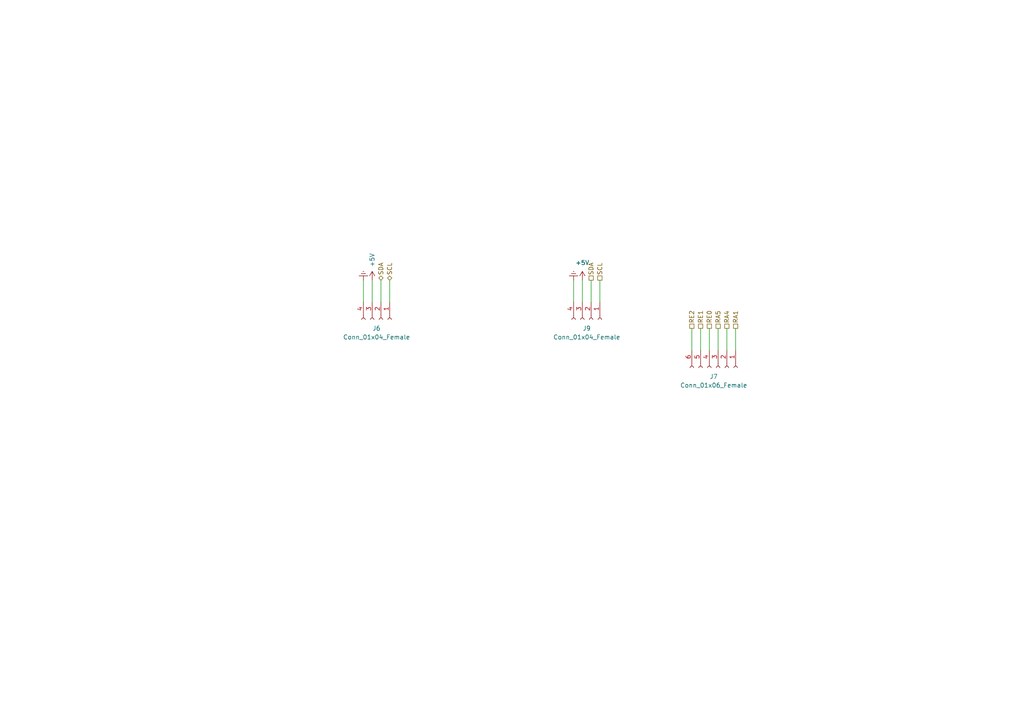
<source format=kicad_sch>
(kicad_sch (version 20211123) (generator eeschema)

  (uuid b8ebb88d-053c-4aaf-8be4-4e0e61afade9)

  (paper "A4")

  (lib_symbols
    (symbol "Connector:Conn_01x04_Female" (pin_names (offset 1.016) hide) (in_bom yes) (on_board yes)
      (property "Reference" "J" (id 0) (at 0 5.08 0)
        (effects (font (size 1.27 1.27)))
      )
      (property "Value" "Conn_01x04_Female" (id 1) (at 0 -7.62 0)
        (effects (font (size 1.27 1.27)))
      )
      (property "Footprint" "" (id 2) (at 0 0 0)
        (effects (font (size 1.27 1.27)) hide)
      )
      (property "Datasheet" "~" (id 3) (at 0 0 0)
        (effects (font (size 1.27 1.27)) hide)
      )
      (property "ki_keywords" "connector" (id 4) (at 0 0 0)
        (effects (font (size 1.27 1.27)) hide)
      )
      (property "ki_description" "Generic connector, single row, 01x04, script generated (kicad-library-utils/schlib/autogen/connector/)" (id 5) (at 0 0 0)
        (effects (font (size 1.27 1.27)) hide)
      )
      (property "ki_fp_filters" "Connector*:*_1x??_*" (id 6) (at 0 0 0)
        (effects (font (size 1.27 1.27)) hide)
      )
      (symbol "Conn_01x04_Female_1_1"
        (arc (start 0 -4.572) (mid -0.508 -5.08) (end 0 -5.588)
          (stroke (width 0.1524) (type default) (color 0 0 0 0))
          (fill (type none))
        )
        (arc (start 0 -2.032) (mid -0.508 -2.54) (end 0 -3.048)
          (stroke (width 0.1524) (type default) (color 0 0 0 0))
          (fill (type none))
        )
        (polyline
          (pts
            (xy -1.27 -5.08)
            (xy -0.508 -5.08)
          )
          (stroke (width 0.1524) (type default) (color 0 0 0 0))
          (fill (type none))
        )
        (polyline
          (pts
            (xy -1.27 -2.54)
            (xy -0.508 -2.54)
          )
          (stroke (width 0.1524) (type default) (color 0 0 0 0))
          (fill (type none))
        )
        (polyline
          (pts
            (xy -1.27 0)
            (xy -0.508 0)
          )
          (stroke (width 0.1524) (type default) (color 0 0 0 0))
          (fill (type none))
        )
        (polyline
          (pts
            (xy -1.27 2.54)
            (xy -0.508 2.54)
          )
          (stroke (width 0.1524) (type default) (color 0 0 0 0))
          (fill (type none))
        )
        (arc (start 0 0.508) (mid -0.508 0) (end 0 -0.508)
          (stroke (width 0.1524) (type default) (color 0 0 0 0))
          (fill (type none))
        )
        (arc (start 0 3.048) (mid -0.508 2.54) (end 0 2.032)
          (stroke (width 0.1524) (type default) (color 0 0 0 0))
          (fill (type none))
        )
        (pin passive line (at -5.08 2.54 0) (length 3.81)
          (name "Pin_1" (effects (font (size 1.27 1.27))))
          (number "1" (effects (font (size 1.27 1.27))))
        )
        (pin passive line (at -5.08 0 0) (length 3.81)
          (name "Pin_2" (effects (font (size 1.27 1.27))))
          (number "2" (effects (font (size 1.27 1.27))))
        )
        (pin passive line (at -5.08 -2.54 0) (length 3.81)
          (name "Pin_3" (effects (font (size 1.27 1.27))))
          (number "3" (effects (font (size 1.27 1.27))))
        )
        (pin passive line (at -5.08 -5.08 0) (length 3.81)
          (name "Pin_4" (effects (font (size 1.27 1.27))))
          (number "4" (effects (font (size 1.27 1.27))))
        )
      )
    )
    (symbol "Connector:Conn_01x06_Female" (pin_names (offset 1.016) hide) (in_bom yes) (on_board yes)
      (property "Reference" "J" (id 0) (at 0 7.62 0)
        (effects (font (size 1.27 1.27)))
      )
      (property "Value" "Conn_01x06_Female" (id 1) (at 0 -10.16 0)
        (effects (font (size 1.27 1.27)))
      )
      (property "Footprint" "" (id 2) (at 0 0 0)
        (effects (font (size 1.27 1.27)) hide)
      )
      (property "Datasheet" "~" (id 3) (at 0 0 0)
        (effects (font (size 1.27 1.27)) hide)
      )
      (property "ki_keywords" "connector" (id 4) (at 0 0 0)
        (effects (font (size 1.27 1.27)) hide)
      )
      (property "ki_description" "Generic connector, single row, 01x06, script generated (kicad-library-utils/schlib/autogen/connector/)" (id 5) (at 0 0 0)
        (effects (font (size 1.27 1.27)) hide)
      )
      (property "ki_fp_filters" "Connector*:*_1x??_*" (id 6) (at 0 0 0)
        (effects (font (size 1.27 1.27)) hide)
      )
      (symbol "Conn_01x06_Female_1_1"
        (arc (start 0 -7.112) (mid -0.508 -7.62) (end 0 -8.128)
          (stroke (width 0.1524) (type default) (color 0 0 0 0))
          (fill (type none))
        )
        (arc (start 0 -4.572) (mid -0.508 -5.08) (end 0 -5.588)
          (stroke (width 0.1524) (type default) (color 0 0 0 0))
          (fill (type none))
        )
        (arc (start 0 -2.032) (mid -0.508 -2.54) (end 0 -3.048)
          (stroke (width 0.1524) (type default) (color 0 0 0 0))
          (fill (type none))
        )
        (polyline
          (pts
            (xy -1.27 -7.62)
            (xy -0.508 -7.62)
          )
          (stroke (width 0.1524) (type default) (color 0 0 0 0))
          (fill (type none))
        )
        (polyline
          (pts
            (xy -1.27 -5.08)
            (xy -0.508 -5.08)
          )
          (stroke (width 0.1524) (type default) (color 0 0 0 0))
          (fill (type none))
        )
        (polyline
          (pts
            (xy -1.27 -2.54)
            (xy -0.508 -2.54)
          )
          (stroke (width 0.1524) (type default) (color 0 0 0 0))
          (fill (type none))
        )
        (polyline
          (pts
            (xy -1.27 0)
            (xy -0.508 0)
          )
          (stroke (width 0.1524) (type default) (color 0 0 0 0))
          (fill (type none))
        )
        (polyline
          (pts
            (xy -1.27 2.54)
            (xy -0.508 2.54)
          )
          (stroke (width 0.1524) (type default) (color 0 0 0 0))
          (fill (type none))
        )
        (polyline
          (pts
            (xy -1.27 5.08)
            (xy -0.508 5.08)
          )
          (stroke (width 0.1524) (type default) (color 0 0 0 0))
          (fill (type none))
        )
        (arc (start 0 0.508) (mid -0.508 0) (end 0 -0.508)
          (stroke (width 0.1524) (type default) (color 0 0 0 0))
          (fill (type none))
        )
        (arc (start 0 3.048) (mid -0.508 2.54) (end 0 2.032)
          (stroke (width 0.1524) (type default) (color 0 0 0 0))
          (fill (type none))
        )
        (arc (start 0 5.588) (mid -0.508 5.08) (end 0 4.572)
          (stroke (width 0.1524) (type default) (color 0 0 0 0))
          (fill (type none))
        )
        (pin passive line (at -5.08 5.08 0) (length 3.81)
          (name "Pin_1" (effects (font (size 1.27 1.27))))
          (number "1" (effects (font (size 1.27 1.27))))
        )
        (pin passive line (at -5.08 2.54 0) (length 3.81)
          (name "Pin_2" (effects (font (size 1.27 1.27))))
          (number "2" (effects (font (size 1.27 1.27))))
        )
        (pin passive line (at -5.08 0 0) (length 3.81)
          (name "Pin_3" (effects (font (size 1.27 1.27))))
          (number "3" (effects (font (size 1.27 1.27))))
        )
        (pin passive line (at -5.08 -2.54 0) (length 3.81)
          (name "Pin_4" (effects (font (size 1.27 1.27))))
          (number "4" (effects (font (size 1.27 1.27))))
        )
        (pin passive line (at -5.08 -5.08 0) (length 3.81)
          (name "Pin_5" (effects (font (size 1.27 1.27))))
          (number "5" (effects (font (size 1.27 1.27))))
        )
        (pin passive line (at -5.08 -7.62 0) (length 3.81)
          (name "Pin_6" (effects (font (size 1.27 1.27))))
          (number "6" (effects (font (size 1.27 1.27))))
        )
      )
    )
    (symbol "power:+5V" (power) (pin_names (offset 0)) (in_bom yes) (on_board yes)
      (property "Reference" "#PWR" (id 0) (at 0 -3.81 0)
        (effects (font (size 1.27 1.27)) hide)
      )
      (property "Value" "+5V" (id 1) (at 0 3.556 0)
        (effects (font (size 1.27 1.27)))
      )
      (property "Footprint" "" (id 2) (at 0 0 0)
        (effects (font (size 1.27 1.27)) hide)
      )
      (property "Datasheet" "" (id 3) (at 0 0 0)
        (effects (font (size 1.27 1.27)) hide)
      )
      (property "ki_keywords" "power-flag" (id 4) (at 0 0 0)
        (effects (font (size 1.27 1.27)) hide)
      )
      (property "ki_description" "Power symbol creates a global label with name \"+5V\"" (id 5) (at 0 0 0)
        (effects (font (size 1.27 1.27)) hide)
      )
      (symbol "+5V_0_1"
        (polyline
          (pts
            (xy -0.762 1.27)
            (xy 0 2.54)
          )
          (stroke (width 0) (type default) (color 0 0 0 0))
          (fill (type none))
        )
        (polyline
          (pts
            (xy 0 0)
            (xy 0 2.54)
          )
          (stroke (width 0) (type default) (color 0 0 0 0))
          (fill (type none))
        )
        (polyline
          (pts
            (xy 0 2.54)
            (xy 0.762 1.27)
          )
          (stroke (width 0) (type default) (color 0 0 0 0))
          (fill (type none))
        )
      )
      (symbol "+5V_1_1"
        (pin power_in line (at 0 0 90) (length 0) hide
          (name "+5V" (effects (font (size 1.27 1.27))))
          (number "1" (effects (font (size 1.27 1.27))))
        )
      )
    )
    (symbol "power:Earth" (power) (pin_names (offset 0)) (in_bom yes) (on_board yes)
      (property "Reference" "#PWR" (id 0) (at 0 -6.35 0)
        (effects (font (size 1.27 1.27)) hide)
      )
      (property "Value" "Earth" (id 1) (at 0 -3.81 0)
        (effects (font (size 1.27 1.27)) hide)
      )
      (property "Footprint" "" (id 2) (at 0 0 0)
        (effects (font (size 1.27 1.27)) hide)
      )
      (property "Datasheet" "~" (id 3) (at 0 0 0)
        (effects (font (size 1.27 1.27)) hide)
      )
      (property "ki_keywords" "power-flag ground gnd" (id 4) (at 0 0 0)
        (effects (font (size 1.27 1.27)) hide)
      )
      (property "ki_description" "Power symbol creates a global label with name \"Earth\"" (id 5) (at 0 0 0)
        (effects (font (size 1.27 1.27)) hide)
      )
      (symbol "Earth_0_1"
        (polyline
          (pts
            (xy -0.635 -1.905)
            (xy 0.635 -1.905)
          )
          (stroke (width 0) (type default) (color 0 0 0 0))
          (fill (type none))
        )
        (polyline
          (pts
            (xy -0.127 -2.54)
            (xy 0.127 -2.54)
          )
          (stroke (width 0) (type default) (color 0 0 0 0))
          (fill (type none))
        )
        (polyline
          (pts
            (xy 0 -1.27)
            (xy 0 0)
          )
          (stroke (width 0) (type default) (color 0 0 0 0))
          (fill (type none))
        )
        (polyline
          (pts
            (xy 1.27 -1.27)
            (xy -1.27 -1.27)
          )
          (stroke (width 0) (type default) (color 0 0 0 0))
          (fill (type none))
        )
      )
      (symbol "Earth_1_1"
        (pin power_in line (at 0 0 270) (length 0) hide
          (name "Earth" (effects (font (size 1.27 1.27))))
          (number "1" (effects (font (size 1.27 1.27))))
        )
      )
    )
  )


  (wire (pts (xy 200.66 95.25) (xy 200.66 101.6))
    (stroke (width 0) (type default) (color 0 0 0 0))
    (uuid 2ebc9323-7780-4415-94b5-ec7431a0e42e)
  )
  (wire (pts (xy 110.49 81.28) (xy 110.49 87.63))
    (stroke (width 0) (type default) (color 0 0 0 0))
    (uuid 322b8937-518d-44e5-b1ff-234dd151334a)
  )
  (wire (pts (xy 210.82 95.25) (xy 210.82 101.6))
    (stroke (width 0) (type default) (color 0 0 0 0))
    (uuid 49daef8a-0715-46e6-98dd-ad30570ab399)
  )
  (wire (pts (xy 205.74 95.25) (xy 205.74 101.6))
    (stroke (width 0) (type default) (color 0 0 0 0))
    (uuid 507f2efa-20b3-4e5a-bec5-cf260be29827)
  )
  (wire (pts (xy 105.41 81.28) (xy 105.41 87.63))
    (stroke (width 0) (type default) (color 0 0 0 0))
    (uuid 59a1ffea-ae6d-48f2-884d-3f0b9af1ed7d)
  )
  (wire (pts (xy 107.95 81.28) (xy 107.95 87.63))
    (stroke (width 0) (type default) (color 0 0 0 0))
    (uuid 5ffa1435-89c6-426c-8264-6927a503e271)
  )
  (wire (pts (xy 208.28 95.25) (xy 208.28 101.6))
    (stroke (width 0) (type default) (color 0 0 0 0))
    (uuid 62534e98-ca30-42f8-b8a4-8d088566a379)
  )
  (wire (pts (xy 203.2 95.25) (xy 203.2 101.6))
    (stroke (width 0) (type default) (color 0 0 0 0))
    (uuid 75c4bc9f-5e01-42a0-aafe-e4d926c416ae)
  )
  (wire (pts (xy 171.45 81.28) (xy 171.45 87.63))
    (stroke (width 0) (type default) (color 0 0 0 0))
    (uuid 7f43b3dd-af3e-4d14-9096-d9a6b019e9e9)
  )
  (wire (pts (xy 166.37 81.28) (xy 166.37 87.63))
    (stroke (width 0) (type default) (color 0 0 0 0))
    (uuid a7d29f5b-3470-42c2-ba98-7123f6a4f28b)
  )
  (wire (pts (xy 168.91 81.28) (xy 168.91 87.63))
    (stroke (width 0) (type default) (color 0 0 0 0))
    (uuid aae86272-cb0a-4ba7-8217-33efd28564b2)
  )
  (wire (pts (xy 173.99 81.28) (xy 173.99 87.63))
    (stroke (width 0) (type default) (color 0 0 0 0))
    (uuid d760f621-585e-440b-885d-a41d9276ab0f)
  )
  (wire (pts (xy 113.03 87.63) (xy 113.03 81.28))
    (stroke (width 0) (type default) (color 0 0 0 0))
    (uuid d90ebf85-5506-4c4f-952a-a5a627fe4fd3)
  )
  (wire (pts (xy 213.36 95.25) (xy 213.36 101.6))
    (stroke (width 0) (type default) (color 0 0 0 0))
    (uuid e97c68b4-8add-446c-a1cf-53b76fe059c3)
  )

  (hierarchical_label "RE1" (shape passive) (at 203.2 95.25 90)
    (effects (font (size 1.27 1.27)) (justify left))
    (uuid 125812b4-4dc5-47dc-9e80-82fd271b71e2)
  )
  (hierarchical_label "RE0" (shape passive) (at 205.74 95.25 90)
    (effects (font (size 1.27 1.27)) (justify left))
    (uuid 20ffc052-4eb5-495b-9bdc-9cc1f60db706)
  )
  (hierarchical_label "RA1" (shape passive) (at 213.36 95.25 90)
    (effects (font (size 1.27 1.27)) (justify left))
    (uuid 5111339f-1bd3-44be-ac1f-fb5389b91e6f)
  )
  (hierarchical_label "SDA" (shape bidirectional) (at 110.49 81.28 90)
    (effects (font (size 1.27 1.27)) (justify left))
    (uuid 543fa360-52e6-49a7-bb2f-2c90ab481902)
  )
  (hierarchical_label "RA4" (shape passive) (at 210.82 95.25 90)
    (effects (font (size 1.27 1.27)) (justify left))
    (uuid 61a31846-c00f-4aeb-98b0-bc79fc6540f3)
  )
  (hierarchical_label "SDA" (shape passive) (at 171.45 81.28 90)
    (effects (font (size 1.27 1.27)) (justify left))
    (uuid 6eff1003-2028-4125-be7b-3c00028c4ba5)
  )
  (hierarchical_label "RE2" (shape passive) (at 200.66 95.25 90)
    (effects (font (size 1.27 1.27)) (justify left))
    (uuid 7206f73c-096f-4f4c-a512-eaf5ef04f2f3)
  )
  (hierarchical_label "SCL" (shape bidirectional) (at 113.03 81.28 90)
    (effects (font (size 1.27 1.27)) (justify left))
    (uuid 7fe92e8e-5e6e-4176-8f4e-196460b30e6b)
  )
  (hierarchical_label "RA5" (shape passive) (at 208.28 95.25 90)
    (effects (font (size 1.27 1.27)) (justify left))
    (uuid 9743b8ab-786f-437e-ac88-5d8c4c61708f)
  )
  (hierarchical_label "SCL" (shape passive) (at 173.99 81.28 90)
    (effects (font (size 1.27 1.27)) (justify left))
    (uuid b75ce88d-99bb-44b4-98a8-90eb3a673946)
  )

  (symbol (lib_id "power:+5V") (at 168.91 81.28 0) (unit 1)
    (in_bom yes) (on_board yes) (fields_autoplaced)
    (uuid 20dc440a-f1ce-4444-b792-58304162c4bf)
    (property "Reference" "#PWR039" (id 0) (at 168.91 85.09 0)
      (effects (font (size 1.27 1.27)) hide)
    )
    (property "Value" "+5V" (id 1) (at 168.91 76.2 0))
    (property "Footprint" "" (id 2) (at 168.91 81.28 0)
      (effects (font (size 1.27 1.27)) hide)
    )
    (property "Datasheet" "" (id 3) (at 168.91 81.28 0)
      (effects (font (size 1.27 1.27)) hide)
    )
    (pin "1" (uuid 9c3e56e6-4542-4d6b-a66c-3718818a2c65))
  )

  (symbol (lib_id "Connector:Conn_01x04_Female") (at 110.49 92.71 270) (unit 1)
    (in_bom yes) (on_board yes) (fields_autoplaced)
    (uuid 27ed5faf-2251-4a21-b975-e5c702b930c1)
    (property "Reference" "J6" (id 0) (at 109.22 95.25 90))
    (property "Value" "Conn_01x04_Female" (id 1) (at 109.22 97.79 90))
    (property "Footprint" "Connector_PinSocket_2.54mm:PinSocket_1x04_P2.54mm_Vertical" (id 2) (at 110.49 92.71 0)
      (effects (font (size 1.27 1.27)) hide)
    )
    (property "Datasheet" "~" (id 3) (at 110.49 92.71 0)
      (effects (font (size 1.27 1.27)) hide)
    )
    (pin "1" (uuid 83668e88-07b7-4d11-b4d2-44a5849d39ab))
    (pin "2" (uuid 88915409-44ce-40f3-ac05-d465347ef156))
    (pin "3" (uuid 702751e9-5830-49e8-b316-8c48af1ab8b6))
    (pin "4" (uuid ff4f497a-2560-4684-8c9b-940a297c61a9))
  )

  (symbol (lib_id "Connector:Conn_01x04_Female") (at 171.45 92.71 270) (unit 1)
    (in_bom yes) (on_board yes) (fields_autoplaced)
    (uuid 83305b88-f8d5-42aa-842c-b72fd7fe9946)
    (property "Reference" "J9" (id 0) (at 170.18 95.25 90))
    (property "Value" "Conn_01x04_Female" (id 1) (at 170.18 97.79 90))
    (property "Footprint" "Connector_PinSocket_2.54mm:PinSocket_1x04_P2.54mm_Vertical" (id 2) (at 171.45 92.71 0)
      (effects (font (size 1.27 1.27)) hide)
    )
    (property "Datasheet" "~" (id 3) (at 171.45 92.71 0)
      (effects (font (size 1.27 1.27)) hide)
    )
    (pin "1" (uuid ac18bfb7-e4ce-4af2-8825-965555afdbf7))
    (pin "2" (uuid 5380c47e-dae1-43e9-92ae-673e40cb32d6))
    (pin "3" (uuid 8a76ef98-e96c-4d23-a378-4cc52811dfea))
    (pin "4" (uuid b7559533-c5c1-49dc-b644-e4fee9ba013b))
  )

  (symbol (lib_id "Connector:Conn_01x06_Female") (at 208.28 106.68 270) (unit 1)
    (in_bom yes) (on_board yes) (fields_autoplaced)
    (uuid a301da9e-494b-40c0-938e-387f181407c1)
    (property "Reference" "J7" (id 0) (at 207.01 109.22 90))
    (property "Value" "Conn_01x06_Female" (id 1) (at 207.01 111.76 90))
    (property "Footprint" "Connector_PinSocket_2.54mm:PinSocket_1x06_P2.54mm_Vertical" (id 2) (at 208.28 106.68 0)
      (effects (font (size 1.27 1.27)) hide)
    )
    (property "Datasheet" "~" (id 3) (at 208.28 106.68 0)
      (effects (font (size 1.27 1.27)) hide)
    )
    (pin "1" (uuid d99f8462-b865-42c4-b76d-a2704accf20e))
    (pin "2" (uuid 82b94758-9772-4459-9119-10b513a50ad5))
    (pin "3" (uuid 17c16fa0-a6b1-4f73-967d-555383a79d4f))
    (pin "4" (uuid 317b4e8c-a9cf-4f2e-b2ea-915a5ded1443))
    (pin "5" (uuid dfa8bc13-b52c-43aa-978e-7af314b107f9))
    (pin "6" (uuid e1cff61b-4f62-4e6c-b9bc-2c1f55d5626b))
  )

  (symbol (lib_id "power:Earth") (at 105.41 81.28 180) (unit 1)
    (in_bom yes) (on_board yes) (fields_autoplaced)
    (uuid d431e733-a161-49a2-8327-f3395d9bbc4f)
    (property "Reference" "#PWR033" (id 0) (at 105.41 74.93 0)
      (effects (font (size 1.27 1.27)) hide)
    )
    (property "Value" "Earth" (id 1) (at 105.41 77.47 0)
      (effects (font (size 1.27 1.27)) hide)
    )
    (property "Footprint" "" (id 2) (at 105.41 81.28 0)
      (effects (font (size 1.27 1.27)) hide)
    )
    (property "Datasheet" "~" (id 3) (at 105.41 81.28 0)
      (effects (font (size 1.27 1.27)) hide)
    )
    (pin "1" (uuid b6dd3e2e-0219-4e85-90b6-ac0344726ec6))
  )

  (symbol (lib_id "power:Earth") (at 166.37 81.28 180) (unit 1)
    (in_bom yes) (on_board yes) (fields_autoplaced)
    (uuid f0d3c566-ad49-43dd-956e-22cc21afdac8)
    (property "Reference" "#PWR038" (id 0) (at 166.37 74.93 0)
      (effects (font (size 1.27 1.27)) hide)
    )
    (property "Value" "Earth" (id 1) (at 166.37 77.47 0)
      (effects (font (size 1.27 1.27)) hide)
    )
    (property "Footprint" "" (id 2) (at 166.37 81.28 0)
      (effects (font (size 1.27 1.27)) hide)
    )
    (property "Datasheet" "~" (id 3) (at 166.37 81.28 0)
      (effects (font (size 1.27 1.27)) hide)
    )
    (pin "1" (uuid fc4d1c35-4205-4622-9b84-c39e6c528453))
  )

  (symbol (lib_id "power:+5V") (at 107.95 81.28 0) (unit 1)
    (in_bom yes) (on_board yes) (fields_autoplaced)
    (uuid f3556341-00a8-4815-8ed1-bd53ba6f5ae5)
    (property "Reference" "#PWR034" (id 0) (at 107.95 85.09 0)
      (effects (font (size 1.27 1.27)) hide)
    )
    (property "Value" "+5V" (id 1) (at 107.9501 77.47 90)
      (effects (font (size 1.27 1.27)) (justify left))
    )
    (property "Footprint" "" (id 2) (at 107.95 81.28 0)
      (effects (font (size 1.27 1.27)) hide)
    )
    (property "Datasheet" "" (id 3) (at 107.95 81.28 0)
      (effects (font (size 1.27 1.27)) hide)
    )
    (pin "1" (uuid 537b7c95-7498-432e-b04e-5a5128e4220c))
  )
)

</source>
